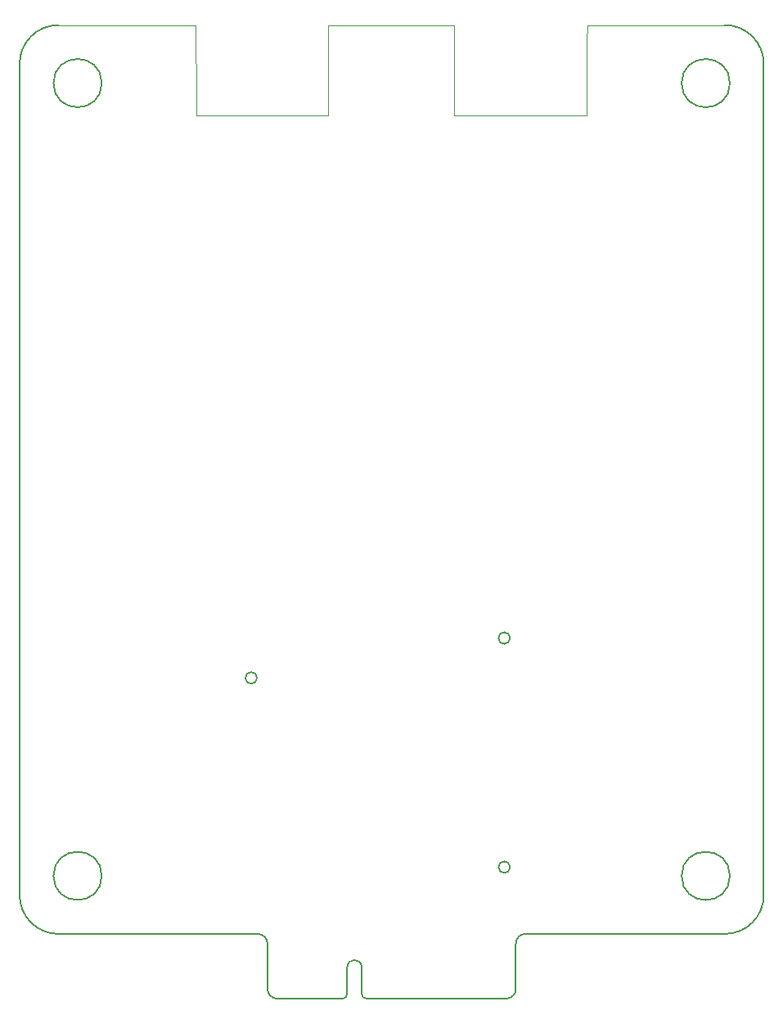
<source format=gm1>
G04 #@! TF.GenerationSoftware,KiCad,Pcbnew,(5.1.10-1-10_14)*
G04 #@! TF.CreationDate,2021-12-01T22:20:01+01:00*
G04 #@! TF.ProjectId,DCEXT,44434558-542e-46b6-9963-61645f706362,rev?*
G04 #@! TF.SameCoordinates,Original*
G04 #@! TF.FileFunction,Profile,NP*
%FSLAX46Y46*%
G04 Gerber Fmt 4.6, Leading zero omitted, Abs format (unit mm)*
G04 Created by KiCad (PCBNEW (5.1.10-1-10_14)) date 2021-12-01 22:20:01*
%MOMM*%
%LPD*%
G01*
G04 APERTURE LIST*
G04 #@! TA.AperFunction,Profile*
%ADD10C,0.050000*%
G04 #@! TD*
G04 #@! TA.AperFunction,Profile*
%ADD11C,0.150000*%
G04 #@! TD*
G04 #@! TA.AperFunction,Profile*
%ADD12C,0.200000*%
G04 #@! TD*
G04 APERTURE END LIST*
D10*
X77254100Y-51130200D02*
X77609700Y-51130200D01*
X77254100Y-51117500D02*
X77254100Y-51130200D01*
X77254100Y-51092100D02*
X77254100Y-51117500D01*
X77254100Y-47091600D02*
X77254100Y-51092100D01*
X77241400Y-44437300D02*
X77254100Y-47091600D01*
X77241400Y-42621200D02*
X77241400Y-44437300D01*
X77241400Y-41821100D02*
X77241400Y-42621200D01*
X76885800Y-41821100D02*
X77241400Y-41821100D01*
X75100000Y-41820000D02*
X76885800Y-41821100D01*
X117703600Y-51130200D02*
X117602000Y-51130200D01*
X117703600Y-46570900D02*
X117703600Y-51130200D01*
X117703600Y-43421300D02*
X117703600Y-46570900D01*
X117716300Y-41821100D02*
X117703600Y-43421300D01*
X118071900Y-41821100D02*
X117716300Y-41821100D01*
X103962200Y-51130200D02*
X104140000Y-51130200D01*
X103962200Y-42202100D02*
X103962200Y-51130200D01*
X103962200Y-41821100D02*
X103962200Y-42202100D01*
X104140000Y-51130200D02*
X104622600Y-51130200D01*
X117602000Y-51130200D02*
X117462300Y-51130200D01*
X77609700Y-51130200D02*
X90906600Y-51130200D01*
X90906600Y-51130200D02*
X90906600Y-50203100D01*
X90906600Y-46824900D02*
X90906600Y-50203100D01*
X90906600Y-42570400D02*
X90906600Y-46824900D01*
X90906600Y-41821100D02*
X90906600Y-42570400D01*
X92727600Y-41820000D02*
X90906600Y-41821100D01*
X104622600Y-51130200D02*
X117462300Y-51130200D01*
X102140000Y-41820000D02*
X103962200Y-41821100D01*
X119767600Y-41820000D02*
X118071900Y-41821100D01*
X75100000Y-41820000D02*
X62996900Y-41803617D01*
X119767600Y-41820000D02*
X131996900Y-41803617D01*
X102140000Y-41820000D02*
X92727600Y-41820000D01*
D11*
X83555840Y-109326120D02*
G75*
G03*
X83555840Y-109326120I-600000J0D01*
G01*
X109753400Y-128904440D02*
G75*
G03*
X109753400Y-128904440I-600000J0D01*
G01*
X109748320Y-105206240D02*
G75*
G03*
X109748320Y-105206240I-600000J0D01*
G01*
D12*
X67496900Y-129803617D02*
G75*
G03*
X67496900Y-129803617I-2500000J0D01*
G01*
X132496900Y-129803617D02*
G75*
G03*
X132496900Y-129803617I-2500000J0D01*
G01*
X92896900Y-142003617D02*
G75*
G02*
X92396900Y-142503617I-500000J0D01*
G01*
X58996900Y-45803617D02*
G75*
G02*
X62996900Y-41803617I4000000J0D01*
G01*
X94896900Y-142503617D02*
G75*
G02*
X94396900Y-142003617I0J500000D01*
G01*
X62996900Y-135803617D02*
G75*
G02*
X58996900Y-131803617I0J4000000D01*
G01*
X62996900Y-135803617D02*
X83646900Y-135803617D01*
X85646900Y-142503617D02*
G75*
G02*
X84646900Y-141503617I0J1000000D01*
G01*
X84646900Y-136803617D02*
X84646900Y-141503617D01*
X110346900Y-141503617D02*
G75*
G02*
X109346900Y-142503617I-1000000J0D01*
G01*
X135996900Y-131803617D02*
X135996900Y-45803617D01*
X110346900Y-141503617D02*
X110346900Y-136803617D01*
X92896900Y-142003617D02*
X92896900Y-139253617D01*
X58996900Y-45803617D02*
X58996900Y-131803617D01*
X83646900Y-135803617D02*
G75*
G02*
X84646900Y-136803617I0J-1000000D01*
G01*
X94396900Y-142003617D02*
X94396900Y-139253617D01*
X135996900Y-131803617D02*
G75*
G02*
X131996900Y-135803617I-4000000J0D01*
G01*
X92896900Y-139253617D02*
G75*
G02*
X94396900Y-139253617I750000J0D01*
G01*
X110346900Y-136803617D02*
G75*
G02*
X111346900Y-135803617I1000000J0D01*
G01*
X132496900Y-47803617D02*
G75*
G03*
X132496900Y-47803617I-2500000J0D01*
G01*
X111346900Y-135803617D02*
X131996900Y-135803617D01*
X131996900Y-41803617D02*
G75*
G02*
X135996900Y-45803617I0J-4000000D01*
G01*
X94896900Y-142503617D02*
X109346900Y-142503617D01*
X85646900Y-142503617D02*
X92396900Y-142503617D01*
X67496900Y-47803617D02*
G75*
G03*
X67496900Y-47803617I-2500000J0D01*
G01*
M02*

</source>
